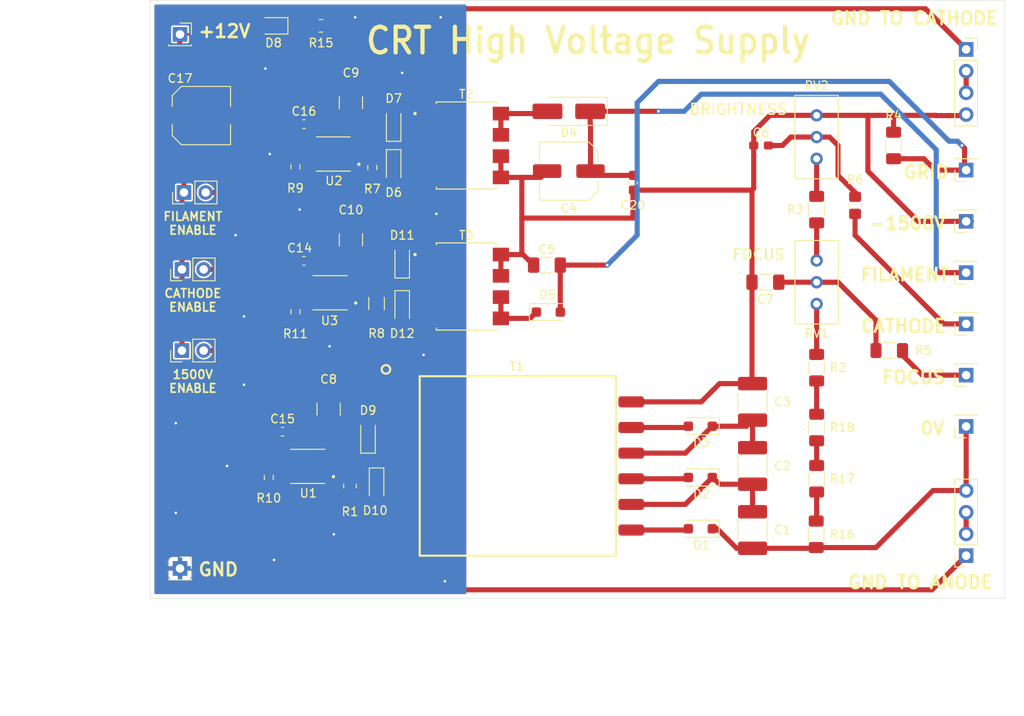
<source format=kicad_pcb>
(kicad_pcb (version 20240108) (generator "pcbnew") (generator_version "8.0")
  (layers (0 "F.Cu" signal) (31 "B.Cu" signal) (34 "B.Paste" user) (35 "F.Paste" user) (36 "B.SilkS" user "B.Silkscreen") (37 "F.SilkS" user "F.Silkscreen") (38 "B.Mask" user) (39 "F.Mask" user) (44 "Edge.Cuts" user))
  (net 0 "")
  (net 1 "Net-(D2-K)")
  (net 2 "0V")
  (net 3 "Net-(D3-K)")
  (net 4 "-1500V")
  (net 5 "+6.3V (filament)")
  (net 6 "-75V (grid drive)")
  (net 7 "Net-(C6-Pad1)")
  (net 8 "Net-(C7-Pad1)")
  (net 9 "/HV_input")
  (net 10 "GND")
  (net 11 "/Filament_input")
  (net 12 "/grid_input")
  (net 13 "Net-(D6-A)")
  (net 14 "Net-(U3-SS{slash}BIAS)")
  (net 15 "Net-(U1-SS{slash}BIAS)")
  (net 16 "Net-(U2-SS{slash}BIAS)")
  (net 17 "+12V")
  (net 18 "Net-(U1-RSET)")
  (net 19 "Net-(U3-RSET)")
  (net 20 "Net-(D1-A)")
  (net 21 "Net-(D2-A)")
  (net 22 "Net-(D3-A)")
  (net 23 "Net-(D4-A)")
  (net 24 "Net-(D5-K)")
  (net 25 "Net-(D6-K)")
  (net 26 "Net-(D8-K)")
  (net 27 "focus")
  (net 28 "cathode")
  (net 29 "Net-(J12-Pin_2)")
  (net 30 "Net-(J13-Pin_2)")
  (net 31 "Net-(U1-FB)")
  (net 32 "Net-(R2-Pad2)")
  (net 33 "Net-(R18-Pad2)")
  (net 34 "Net-(R3-Pad2)")
  (net 35 "Net-(R3-Pad1)")
  (net 36 "Net-(U2-FB)")
  (net 37 "Net-(U3-FB)")
  (net 38 "Net-(U2-RSET)")
  (net 39 "Net-(R16-Pad1)")
  (net 40 "Net-(R17-Pad1)")
  (net 44 "Net-(D10-K)")
  (net 45 "Net-(D10-A)")
  (net 46 "Net-(D11-K)")
  (net 47 "Net-(D12-A)")
  (footprint "Diode_SMD:D_SOD-123F" (layer "F.Cu") (at 151.3875 100.855 180)
    (property "Reference" "D3")
    (property "Value" "CMMR1U-08")
  )
  (footprint "Connector_PinSocket_2.54mm:PinSocket_1x01_P2.54mm_Vertical" (layer "F.Cu") (at 182.5 94.88 180)
    (property "Reference" "J4")
    (property "Value" "Focus")
  )
  (footprint "Resistor_SMD:R_1206_3216Metric_Pad1.30x1.75mm_HandSolder" (layer "F.Cu") (at 113.5 86.5 90)
    (property "Reference" "R8")
    (property "Value" "250k")
  )
  (footprint "Diode_SMD:D_SOD-123F" (layer "F.Cu") (at 151.3875 106.855 180)
    (property "Reference" "D2")
    (property "Value" "CMMR1U-08")
  )
  (footprint "Diode_SMD:D_SOD-323_HandSoldering" (layer "F.Cu") (at 112.5 102 90)
    (property "Reference" "D9")
    (property "Value" "BZX384-C68,115")
  )
  (footprint "Connector_PinSocket_2.54mm:PinSocket_1x01_P2.54mm_Vertical" (layer "F.Cu") (at 182.5 70.88 180)
    (property "Reference" "J7")
    (property "Value" "Grid Drive")
  )
  (footprint "Diode_SMD:D_SOD-323_HandSoldering" (layer "F.Cu") (at 115.5 70.5 -90)
    (property "Reference" "D6")
    (property "Value" "B5819WS-TP")
  )
  (footprint "Capacitor_SMD:C_Elec_6.3x5.8" (layer "F.Cu") (at 136 71 180)
    (property "Reference" "C4")
    (property "Value" "100u")
  )
  (footprint "Capacitor_SMD:C_1210_3225Metric_Pad1.33x2.70mm_HandSolder" (layer "F.Cu") (at 110.5 79.0375 90)
    (property "Reference" "C10")
    (property "Value" "10u")
  )
  (footprint "Resistor_SMD:R_1206_3216Metric_Pad1.30x1.75mm_HandSolder" (layer "F.Cu") (at 165 101.005 90)
    (property "Reference" "R18")
    (property "Value" "500k")
  )
  (footprint "Resistor_SMD:R_1206_3216Metric_Pad1.30x1.75mm_HandSolder" (layer "F.Cu") (at 164.95 113.505 -90)
    (property "Reference" "R16")
    (property "Value" "500k")
  )
  (footprint "Connector_PinSocket_2.54mm:PinSocket_1x01_P2.54mm_Vertical" (layer "F.Cu") (at 182.5 100.88 180)
    (property "Reference" "J8")
    (property "Value" "0V")
  )
  (footprint "YA9033-ALD:XFMR_YA9033-ALD" (layer "F.Cu") (at 124 68)
    (property "Reference" "T2")
    (property "Value" "YA9033-ALD")
  )
  (footprint "Resistor_SMD:R_0805_2012Metric_Pad1.20x1.40mm_HandSolder" (layer "F.Cu") (at 107 54)
    (property "Reference" "R15")
    (property "Value" "2.2k")
  )
  (footprint "Diode_SMD:D_SMA_Handsoldering" (layer "F.Cu") (at 136 64 180)
    (property "Reference" "D4")
    (property "Value" "B240A-13-F")
  )
  (footprint "Resistor_SMD:R_0603_1608Metric_Pad0.98x0.95mm_HandSolder" (layer "F.Cu") (at 104 87.45 -90)
    (property "Reference" "R11")
    (property "Value" "12.1k")
  )
  (footprint "Capacitor_SMD:C_0603_1608Metric_Pad1.08x0.95mm_HandSolder" (layer "F.Cu") (at 158.5 68 180)
    (property "Reference" "C6")
    (property "Value" "0.1u")
  )
  (footprint "Capacitor_SMD:C_1812_4532Metric_Pad1.57x3.40mm_HandSolder" (layer "F.Cu") (at 157.5 98.005 90)
    (property "Reference" "C3")
    (property "Value" "0.22u")
  )
  (footprint "Capacitor_SMD:C_1812_4532Metric_Pad1.57x3.40mm_HandSolder" (layer "F.Cu") (at 157.5 105.505 90)
    (property "Reference" "C2")
    (property "Value" "0.22u")
  )
  (footprint "Connector_PinSocket_2.54mm:PinSocket_1x01_P2.54mm_Vertical" (layer "F.Cu") (at 90.5 55)
    (property "Reference" "J1")
    (property "Value" "VIN")
  )
  (footprint "Capacitor_SMD:C_1206_3216Metric_Pad1.33x1.80mm_HandSolder" (layer "F.Cu") (at 133.4375 82)
    (property "Reference" "C5")
    (property "Value" "4.7u")
  )
  (footprint "Capacitor_SMD:C_1210_3225Metric_Pad1.33x2.70mm_HandSolder" (layer "F.Cu") (at 107.8875 98.855 90)
    (property "Reference" "C8")
    (property "Value" "10u")
  )
  (footprint "Resistor_SMD:R_1206_3216Metric_Pad1.30x1.75mm_HandSolder" (layer "F.Cu") (at 165 107.005 -90)
    (property "Reference" "R17")
    (property "Value" "500k")
  )
  (footprint "Capacitor_SMD:C_0603_1608Metric_Pad1.08x0.95mm_HandSolder" (layer "F.Cu") (at 143.5 72.3625 -90)
    (property "Reference" "C20")
    (property "Value" "47n")
  )
  (footprint "Capacitor_SMD:C_0603_1608Metric_Pad1.08x0.95mm_HandSolder" (layer "F.Cu") (at 102.5 101.5 180)
    (property "Reference" "C15")
    (property "Value" "47n")
  )
  (footprint "Connector_PinSocket_2.54mm:PinSocket_1x01_P2.54mm_Vertical" (layer "F.Cu") (at 182.5 88.88 180)
    (property "Reference" "J5")
    (property "Value" "Cathode")
  )
  (footprint "Potentiometer_THT:Potentiometer_Bourns_3296W_Vertical" (layer "F.Cu") (at 165 69.555 -90)
    (property "Reference" "RV2")
    (property "Value" "100k")
  )
  (footprint "Capacitor_SMD:C_1812_4532Metric_Pad1.57x3.40mm_HandSolder" (layer "F.Cu") (at 157.5 113.005 90)
    (property "Reference" "C1")
    (property "Value" "0.22u")
  )
  (footprint "Connector_PinHeader_2.54mm:PinHeader_1x02_P2.54mm_Vertical" (layer "F.Cu") (at 90.96 73.5 90)
    (property "Reference" "J10")
    (property "Value" "Filament enable")
  )
  (footprint "Diode_SMD:D_SOD-323_HandSoldering" (layer "F.Cu") (at 116.5 87 -90)
    (property "Reference" "D12")
    (property "Value" "NSR02100HT1G")
  )
  (footprint "Connector_PinSocket_2.54mm:PinSocket_1x04_P2.54mm_Vertical" (layer "F.Cu") (at 182.5 56.76)
    (property "Reference" "J12")
    (property "Value" "GND ref alternate")
  )
  (footprint "Capacitor_SMD:C_0603_1608Metric_Pad1.08x0.95mm_HandSolder" (layer "F.Cu") (at 105 81.5 180)
    (property "Reference" "C14")
    (property "Value" "47n")
  )
  (footprint "Capacitor_SMD:C_1206_3216Metric_Pad1.33x1.80mm_HandSolder" (layer "F.Cu") (at 159 84 180)
    (property "Reference" "C7")
    (property "Value" "0.01u")
  )
  (footprint "Connector_PinHeader_2.54mm:PinHeader_1x02_P2.54mm_Vertical" (layer "F.Cu") (at 90.725 92 90)
    (property "Reference" "J9")
    (property "Value" "HV enable")
  )
  (footprint "Resistor_SMD:R_1206_3216Metric_Pad1.30x1.75mm_HandSolder" (layer "F.Cu") (at 173.5 92)
    (property "Reference" "R5")
    (property "Value" "100k")
  )
  (footprint "Resistor_SMD:R_1206_3216Metric_Pad1.30x1.75mm_HandSolder" (layer "F.Cu") (at 165 94.005 90)
    (property "Reference" "R2")
    (property "Value" "500k")
  )
  (footprint "Resistor_SMD:R_0603_1608Metric_Pad0.98x0.95mm_HandSolder" (layer "F.Cu") (at 104 70.5 -90)
    (property "Reference" "R9")
    (property "Value" "12.1k")
  )
  (footprint "Resistor_SMD:R_1206_3216Metric_Pad1.30x1.75mm_HandSolder" (layer "F.Cu") (at 165 75.505 90)
    (property "Reference" "R3")
    (property "Value" "250k")
  )
  (footprint "Capacitor_SMD:C_1210_3225Metric_Pad1.33x2.70mm_HandSolder" (layer "F.Cu") (at 110.5 63 90)
    (property "Reference" "C9")
    (property "Value" "10u")
  )
  (footprint "0399-T208:0399-T208" (layer "F.Cu") (at 130 105.505 -90)
    (property "Reference" "T1")
    (property "Value" "0399-T208")
  )
  (footprint "Capacitor_SMD:C_Elec_6.3x5.8" (layer "F.Cu") (at 93 64.5)
    (property "Reference" "C17")
    (property "Value" "100u")
  )
  (footprint "Resistor_SMD:R_0805_2012Metric_Pad1.20x1.40mm_HandSolder" (layer "F.Cu") (at 169.5 75 -90)
    (property "Reference" "R6")
    (property "Value" "2.2k")
  )
  (footprint "Resistor_SMD:R_1206_3216Metric_Pad1.30x1.75mm_HandSolder" (layer "F.Cu") (at 174 68 -90)
    (property "Reference" "R4")
    (property "Value" "47k")
  )
  (footprint "Diode_SMD:D_SOD-323_HandSoldering" (layer "F.Cu") (at 115.5 65.5 90)
    (property "Reference" "D7")
    (property "Value" "MM3Z24VT1G")
  )
  (footprint "LM5180:SON80P400X400X80-9N" (layer "F.Cu") (at 105.4525 105.555 180)
    (property "Reference" "U1")
    (property "Value" "LM5180QNGURQ1")
  )
  (footprint "Connector_PinSocket_2.54mm:PinSocket_1x01_P2.54mm_Vertical" (layer "F.Cu") (at 182.5 76.88 180)
    (property "Reference" "J3")
    (property "Value" "-1500V")
  )
  (footprint "Resistor_SMD:R_0603_1608Metric_Pad0.98x0.95mm_HandSolder" (layer "F.Cu") (at 113 70.575 90)
    (property "Reference" "R7")
    (property "Value" "132k")
  )
  (footprint "Capacitor_SMD:C_0603_1608Metric_Pad1.08x0.95mm_HandSolder" (layer "F.Cu") (at 105 65.5 180)
    (property "Reference" "C16")
    (property "Value" "47n")
  )
  (footprint "LM5180:SON80P400X400X80-9N" (layer "F.Cu") (at 108.065 85.2375 180)
    (property "Reference" "U3")
    (property "Value" "LM5180QNGURQ1")
  )
  (footprint "Diode_SMD:D_SOD-323_HandSoldering" (layer "F.Cu") (at 116.5 81.5 90)
    (property "Reference" "D11")
    (property "Value" "BZX384-C68,115")
  )
  (footprint "Connector_PinSocket_2.54mm:PinSocket_1x01_P2.54mm_Vertical" (layer "F.Cu") (at 182.5 82.88 180)
    (property "Reference" "J6")
    (property "Value" "Filament")
  )
  (footprint "Diode_SMD:D_SOD-323_HandSoldering" (layer "F.Cu") (at 113.5 107.75 -90)
    (property "Reference" "D10")
    (property "Value" "NSR02100HT1G")
  )
  (footprint "LED_SMD:LED_0805_2012Metric" (layer "F.Cu") (at 101.4375 54 180)
    (property "Reference" "D8")
    (property "Value" "LED")
  )
  (footprint "YA9033-ALD:XFMR_YA9033-ALD" (layer "F.Cu") (at 124 84.5)
    (property "Reference" "T3")
    (property "Value" "YA9037-ALD")
  )
  (footprint "Diode_SMD:D_SOD-123F" (layer "F.Cu") (at 133.6 87.5)
    (property "Reference" "D5")
    (property "Value" "CMMR1U-08")
  )
  (footprint "Resistor_SMD:R_0603_1608Metric_Pad0.98x0.95mm_HandSolder" (layer "F.Cu") (at 100.8875 106.855 -90)
    (property "Reference" "R10")
    (property "Value" "12.1k")
  )
  (footprint "Connector_PinSocket_2.54mm:PinSocket_1x04_P2.54mm_Vertical" (layer "F.Cu") (at 182.5 116 180)
    (property "Reference" "J13")
    (property "Value" "GND ref jumper")
  )
  (footprint "Potentiometer_THT:Potentiometer_Bourns_3296W_Vertical" (layer "F.Cu") (at 165 86.545 -90)
    (property "Reference" "RV1")
    (property "Value" "500k")
  )
  (footprint "Connector_PinSocket_2.54mm:PinSocket_1x01_P2.54mm_Vertical" (layer "F.Cu") (at 90.5 117.5)
    (property "Reference" "J2")
    (property "Value" "GND")
  )
  (footprint "LM5180:SON80P400X400X80-9N" (layer "F.Cu") (at 108.435 69 180)
    (property "Reference" "U2")
    (property "Value" "LM5180QNGURQ1")
  )
  (footprint "Diode_SMD:D_SOD-123F" (layer "F.Cu") (at 151.3875 112.855 180)
    (property "Reference" "D1")
    (property "Value" "CMMR1U-08")
  )
  (footprint "Resistor_SMD:R_0805_2012Metric_Pad1.20x1.40mm_HandSolder" (layer "F.Cu") (at 110.3875 107.855 90)
    (property "Reference" "R1")
    (property "Value" "500k")
  )
  (footprint "Connector_PinHeader_2.54mm:PinHeader_1x02_P2.54mm_Vertical" (layer "F.Cu") (at 90.725 82.5 90)
    (property "Reference" "J11")
    (property "Value" "Grid drive enable")
  )
  (gr_rect (start 87 51) (end 187 121) (stroke (width 0.05)) (fill none) (layer "Edge.Cuts"))
  (gr_text "1500V\nENABLE" (at 92 97 0) (layer "F.SilkS") (effects (font (size 1 1) (thickness 0.2) (bold yes)) (justify bottom)))
  (gr_text "CATHODE" (at 170 90 0) (layer "F.SilkS") (effects (font (size 1.5 1.5) (thickness 0.3) (bold yes)) (justify left bottom)))
  (gr_text "-1500V" (at 171 78 0) (layer "F.SilkS") (effects (font (size 1.5 1.5) (thickness 0.3) (bold yes)) (justify left bottom)))
  (gr_text "FOCUS" (at 155 81.5 0) (layer "F.SilkS") (effects (font (size 1.25 1.25) (thickness 0.2)) (justify left bottom)))
  (gr_text "CATHODE\nENABLE" (at 92 87.5 0) (layer "F.SilkS") (effects (font (size 1 1) (thickness 0.2) (bold yes)) (justify bottom)))
  (gr_text "GRID" (at 175 72 0) (layer "F.SilkS") (effects (font (size 1.5 1.5) (thickness 0.3) (bold yes)) (justify left bottom)))
  (gr_text "GND TO ANODE" (at 168.5 120 0) (layer "F.SilkS") (effects (font (size 1.5 1.5) (thickness 0.3) (bold yes)) (justify left bottom)))
  (gr_text "CRT High Voltage Supply" (at 112 57.5 0) (layer "F.SilkS") (effects (font (size 3 2.75) (thickness 0.5) (bold yes)) (justify left bottom)))
  (gr_text "FOCUS\n" (at 172.5 96 0) (layer "F.SilkS") (effects (font (size 1.5 1.5) (thickness 0.3) (bold yes)) (justify left bottom)))
  (gr_text "GND TO CATHODE\n" (at 166.5 54 0) (layer "F.SilkS") (effects (font (size 1.5 1.5) (thickness 0.3) (bold yes)) (justify left bottom)))
  (gr_text "FILAMENT\n" (at 170 84 0) (layer "F.SilkS") (effects (font (size 1.5 1.5) (thickness 0.3) (bold yes)) (justify left bottom)))
  (gr_text "GND\n" (at 92.5 118.5 0) (layer "F.SilkS") (effects (font (size 1.5 1.5) (thickness 0.3) (bold yes)) (justify left bottom)))
  (gr_text "+12V " (at 92.5 55.5 0) (layer "F.SilkS") (effects (font (size 1.5 1.5) (thickness 0.3) (bold yes)) (justify left bottom)))
  (gr_text "BRIGHTNESS" (at 150 64.5 0) (layer "F.SilkS") (effects (font (size 1.25 1.25) (thickness 0.2)) (justify left bottom)))
  (gr_text "FILAMENT\nENABLE" (at 92 78.5 0) (layer "F.SilkS") (effects (font (size 1 1) (thickness 0.2) (bold yes)) (justify bottom)))
  (gr_text "0V" (at 177 102 0) (layer "F.SilkS") (effects (font (size 1.5 1.5) (thickness 0.3) (bold yes)) (justify left bottom)))
  (segment (start 152.85 106.855) (end 153.6375 107.6425) (width 0.6) (layer "F.Cu") (net 1))
  (segment (start 153.6375 107.6425) (end 157.5 107.6425) (width 0.6) (layer "F.Cu") (net 1))
  (segment (start 143.3 110.005) (end 149.6375 110.005) (width 0.6) (layer "F.Cu") (net 1))
  (segment (start 149.6375 110.005) (end 152.7875 106.855) (width 0.6) (layer "F.Cu") (net 1))
  (segment (start 152.7875 106.855) (end 152.85 106.855) (width 0.6) (layer "F.Cu") (net 1))
  (segment (start 157.5 107.6425) (end 157.5 110.8675) (width 0.6) (layer "F.Cu") (net 1))
  (segment (start 164.95 115.055) (end 171.945 115.055) (width 0.6) (layer "F.Cu") (net 2))
  (segment (start 178.62 108.38) (end 182.5 108.38) (width 0.6) (layer "F.Cu") (net 2))
  (segment (start 157.5 115.1425) (end 164.8625 115.1425) (width 0.6) (layer "F.Cu") (net 2))
  (segment (start 153.35 112.855) (end 155.6375 115.1425) (width 0.6) (layer "F.Cu") (net 2))
  (segment (start 152.7875 112.855) (end 153.35 112.855) (width 0.6) (layer "F.Cu") (net 2))
  (segment (start 155.6375 115.1425) (end 157.5 115.1425) (width 0.6) (layer "F.Cu") (net 2))
  (segment (start 171.945 115.055) (end 178.62 108.38) (width 0.6) (layer "F.Cu") (net 2))
  (segment (start 182.5 100.88) (end 182.5 108.38) (width 0.6) (layer "F.Cu") (net 2))
  (segment (start 164.8625 115.1425) (end 164.95 115.055) (width 0.6) (layer "F.Cu") (net 2))
  (segment (start 156.7875 100.855) (end 157.5 100.1425) (width 0.6) (layer "F.Cu") (net 3))
  (segment (start 152.7875 100.855) (end 156.7875 100.855) (width 0.6) (layer "F.Cu") (net 3))
  (segment (start 149.6375 104.005) (end 152.7875 100.855) (width 0.6) (layer "F.Cu") (net 3))
  (segment (start 157.5 100.1425) (end 157.5 103.3675) (width 0.6) (layer "F.Cu") (net 3))
  (segment (start 143.3 104.005) (end 149.6375 104.005) (width 0.6) (layer "F.Cu") (net 3))
  (segment (start 165 64.475) (end 171 64.475) (width 0.6) (layer "F.Cu") (net 4))
  (segment (start 157.4375 84) (end 157.4375 73.2) (width 0.6) (layer "F.Cu") (net 4))
  (segment (start 174 66.45) (end 174 64.475) (width 0.6) (layer "F.Cu") (net 4))
  (segment (start 153.6375 95.8675) (end 157.5 95.8675) (width 0.6) (layer "F.Cu") (net 4))
  (segment (start 128.05 80.765) (end 130.5 80.765) (width 0.6) (layer "F.Cu") (net 4))
  (segment (start 130.5 76.5) (end 143.5 76.5) (width 0.6) (layer "F.Cu") (net 4))
  (segment (start 143.5 73.225) (end 157.4125 73.225) (width 0.6) (layer "F.Cu") (net 4))
  (segment (start 171 64.475) (end 171 71) (width 0.6) (layer "F.Cu") (net 4))
  (segment (start 157.4125 73.225) (end 157.6375 73) (width 0.6) (layer "F.Cu") (net 4))
  (segment (start 157.4375 73.2) (end 157.6375 73) (width 0.6) (layer "F.Cu") (net 4))
  (segment (start 178.975 64.475) (end 179 64.5) (width 0.6) (layer "F.Cu") (net 4))
  (segment (start 128.05 83.255) (end 128.05 80.765) (width 0.6) (layer "F.Cu") (net 4))
  (segment (start 130.5 80.765) (end 130.64 80.765) (width 0.6) (layer "F.Cu") (net 4))
  (segment (start 171 71) (end 176.88 76.88) (width 0.6) (layer "F.Cu") (net 4))
  (segment (start 157.5 95.8675) (end 157.4375 95.805) (width 0.6) (layer "F.Cu") (net 4))
  (segment (start 143.3 98.005) (end 151.5 98.005) (width 0.6) (layer "F.Cu") (net 4))
  (segment (start 130.64 80.765) (end 131.875 82) (width 0.6) (layer "F.Cu") (net 4))
  (segment (start 172 64.475) (end 174 64.475) (width 0.6) (layer "F.Cu") (net 4))
  (segment (start 183.12 76.88) (end 182.5 76.88) (width 0.6) (layer "F.Cu") (net 4))
  (segment (start 157.6375 73) (end 157.6375 68) (width 0.6) (layer "F.Cu") (net 4))
  (segment (start 182.38 64.5) (end 182.5 64.38) (width 0.6) (layer "F.Cu") (net 4))
  (segment (start 176.88 76.88) (end 182.5 76.88) (width 0.6) (layer "F.Cu") (net 4))
  (segment (start 157.6375 68) (end 157.6375 66.3675) (width 0.6) (layer "F.Cu") (net 4))
  (segment (start 128.05 71.735) (end 130.5 71.735) (width 0.6) (layer "F.Cu") (net 4))
  (segment (start 157.4375 95.805) (end 157.4375 84) (width 0.6) (layer "F.Cu") (net 4))
  (segment (start 130.5 71.735) (end 132.7275 71.735) (width 0.6) (layer "F.Cu") (net 4))
  (segment (start 171 64.475) (end 172 64.475) (width 0.6) (layer "F.Cu") (net 4))
  (segment (start 143.5 73.225) (end 143.5 76.5) (width 0.6) (layer "F.Cu") (net 4))
  (segment (start 159.53 64.475) (end 165 64.475) (width 0.6) (layer "F.Cu") (net 4))
  (segment (start 151.5 98.005) (end 153.6375 95.8675) (width 0.6) (layer "F.Cu") (net 4))
  (segment (start 157.6375 66.3675) (end 159.53 64.475) (width 0.6) (layer "F.Cu") (net 4))
  (segment (start 179 64.5) (end 182.38 64.5) (width 0.6) (layer "F.Cu") (net 4))
  (segment (start 132.7275 71.735) (end 133.4625 71) (width 0.6) (layer "F.Cu") (net 4))
  (segment (start 130.5 80.765) (end 130.5 76.5) (width 0.6) (layer "F.Cu") (net 4))
  (segment (start 174 64.475) (end 178.975 64.475) (width 0.6) (layer "F.Cu") (net 4))
  (segment (start 128.05 69.245) (end 128.05 71.735) (width 0.6) (layer "F.Cu") (net 4))
  (segment (start 130.5 76.5) (end 130.5 71.735) (width 0.6) (layer "F.Cu") (net 4))
  (segment (start 138.5 64) (end 138.5 65.5) (width 0.6) (layer "F.Cu") (net 5))
  (segment (start 139.0375 71.5) (end 138.5375 71) (width 0.6) (layer "F.Cu") (net 5))
  (segment (start 179.38 82.88) (end 179 82.5) (width 0.6) (layer "F.Cu") (net 5))
  (segment (start 146.5 64) (end 138.5 64) (width 0.6) (layer "F.Cu") (net 5))
  (segment (start 138.5 65.5) (end 138.5375 65.5375) (width 0.6) (layer "F.Cu") (net 5))
  (segment (start 138.5 70.9625) (end 138.5375 71) (width 0.6) (layer "F.Cu") (net 5))
  (segment (start 138.5375 65.5375) (end 138.5375 71) (width 0.6) (layer "F.Cu") (net 5))
  (segment (start 182.5 82.88) (end 179.38 82.88) (width 0.6) (layer "F.Cu") (net 5))
  (segment (start 143.5 71.5) (end 139.0375 71.5) (width 0.6) (layer "F.Cu") (net 5))
  (via (at 146.5 64) (size 0.6) (drill 0.3) (layers "F.Cu" "B.Cu") (net 5))
  (via (at 179 82.5) (size 0.6) (drill 0.3) (layers "F.Cu" "B.Cu") (net 5))
  (segment (start 151.5 62) (end 172.5 62) (width 0.6) (layer "B.Cu") (net 5))
  (segment (start 146.5 64) (end 149.5 64) (width 0.6) (layer "B.Cu") (net 5))
  (segment (start 172.5 62) (end 179 68.5) (width 0.6) (layer "B.Cu") (net 5))
  (segment (start 149.5 64) (end 151.5 62) (width 0.6) (layer "B.Cu") (net 5))
  (segment (start 179 68.5) (end 179 82.5) (width 0.6) (layer "B.Cu") (net 5))
  (segment (start 179 71) (end 179.12 70.88) (width 0.6) (layer "F.Cu") (net 6))
  (segment (start 177.55 69.55) (end 179 71) (width 0.6) (layer "F.Cu") (net 6))
  (segment (start 182.31 70.69) (end 182.31 68.31) (width 0.6) (layer "F.Cu") (net 6))
  (segment (start 182.5 70.88) (end 182.31 70.69) (width 0.6) (layer "F.Cu") (net 6))
  (segment (start 135 87.5) (end 135 82) (width 0.6) (layer "F.Cu") (net 6))
  (segment (start 179.12 70.88) (end 182.5 70.88) (width 0.6) (layer "F.Cu") (net 6))
  (segment (start 135 82) (end 140.5 82) (width 0.6) (layer "F.Cu") (net 6))
  (segment (start 182.31 68.31) (end 182 68) (width 0.6) (layer "F.Cu") (net 6))
  (segment (start 174 69.55) (end 177.55 69.55) (width 0.6) (layer "F.Cu") (net 6))
  (via (at 140.5 82) (size 0.6) (drill 0.3) (layers "F.Cu" "B.Cu") (net 6))
  (via (at 182 68) (size 0.6) (drill 0.3) (layers "F.Cu" "B.Cu") (net 6))
  (segment (start 180.5 67.5) (end 173.5 60.5) (width 0.6) (layer "B.Cu") (net 6))
  (segment (start 144 78.5) (end 140.5 82) (width 0.6) (layer "B.Cu") (net 6))
  (segment (start 182 68) (end 181.5 67.5) (width 0.6) (layer "B.Cu") (net 6))
  (segment (start 173.5 60.5) (end 146.5 60.5) (width 0.6) (layer "B.Cu") (net 6))
  (segment (start 144 63) (end 144 78.5) (width 0.6) (layer "B.Cu") (net 6))
  (segment (start 181.5 67.5) (end 180.5 67.5) (width 0.6) (layer "B.Cu") (net 6))
  (segment (start 146.5 60.5) (end 144 63) (width 0.6) (layer "B.Cu") (net 6))
  (segment (start 162 67) (end 162.015 67.015) (width 0.6) (layer "F.Cu") (net 7))
  (segment (start 167.5 71.5) (end 169.5 73.5) (width 0.6) (layer "F.Cu") (net 7))
  (segment (start 166.515 67.015) (end 167.5 68) (width 0.6) (layer "F.Cu") (net 7))
  (segment (start 161 68) (end 162 67) (width 0.6) (layer "F.Cu") (net 7))
  (segment (start 162.015 67.015) (end 165 67.015) (width 0.6) (layer "F.Cu") (net 7))
  (segment (start 165 67.015) (end 166.515 67.015) (width 0.6) (layer "F.Cu") (net 7))
  (segment (start 167.5 68) (end 167.5 71.5) (width 0.6) (layer "F.Cu") (net 7))
  (segment (start 169.5 73.5) (end 169.5 74) (width 0.6) (layer "F.Cu") (net 7))
  (segment (start 159.3625 68) (end 161 68) (width 0.6) (layer "F.Cu") (net 7))
  (segment (start 165 84.005) (end 167.495 84.005) (width 0.6) (layer "F.Cu") (net 8))
  (segment (start 171.95 88.45) (end 171.95 92) (width 0.6) (layer "F.Cu") (net 8))
  (segment (start 167.5 84) (end 171.95 88.45) (width 0.6) (layer "F.Cu") (net 8))
  (segment (start 167.495 84.005) (end 167.5 84) (width 0.6) (layer "F.Cu") (net 8))
  (segment (start 160.5625 84) (end 164.995 84) (width 0.6) (layer "F.Cu") (net 8))
  (segment (start 164.995 84) (end 165 84.005) (width 0.6) (layer "F.Cu") (net 8))
  (segment (start 99.5 92) (end 105.5 98) (width 0.6) (layer "F.Cu") (net 9))
  (segment (start 107.8875 100.4175) (end 112.1675 100.4175) (width 0.6) (layer "F.Cu") (net 9))
  (segment (start 105.5 98.03) (end 107.8875 100.4175) (width 0.6) (layer "F.Cu") (net 9))
  (segment (start 116.445 100.75) (end 116.7 101.005) (width 0.6) (layer "F.Cu") (net 9))
  (segment (start 105.5 98) (end 105.5 98.03) (width 0.6) (layer "F.Cu") (net 9))
  (segment (start 93.265 92) (end 99.5 92) (width 0.6) (layer "F.Cu") (net 9))
  (segment (start 107.3875 105.155) (end 107.3875 100.9175) (width 0.6) (layer "F.Cu") (net 9))
  (segment (start 112.5 100.75) (end 116.445 100.75) (width 0.6) (layer "F.Cu") (net 9))
  (segment (start 107.3875 100.9175) (end 107.8875 100.4175) (width 0.6) (layer "F.Cu") (net 9))
  (segment (start 108.275 100.805) (end 107.8875 100.4175) (width 0.6) (layer "F.Cu") (net 9))
  (segment (start 112.1675 100.4175) (end 112.5 100.75) (width 0.6) (layer "F.Cu") (net 9))
  (segment (start 177.74 52) (end 182.5 56.76) (width 0.6) (layer "F.Cu") (net 10))
  (segment (start 123 52) (end 177.74 52) (width 0.6) (layer "F.Cu") (net 10))
  (segment (start 123 56.5) (end 123 52) (width 0.6) (layer "F.Cu") (net 10))
  (segment (start 178.5 120) (end 124 120) (width 0.6) (layer "F.Cu") (net 10))
  (segment (start 182.5 116) (end 178.5 120) (width 0.6) (layer "F.Cu") (net 10))
  (via (at 101 69) (size 0.6) (drill 0.3) (layers "F.Cu" "B.Cu") (net 10))
  (via (at 100.5 59) (size 0.6) (drill 0.3) (layers "F.Cu" "B.Cu") (net 10))
  (via (at 121.5 119) (size 0.6) (drill 0.3) (layers "F.Cu" "B.Cu") (net 10))
  (via (at 108 91.5) (size 0.6) (drill 0.3) (layers "F.Cu" "B.Cu") (net 10))
  (via (at 97 78.5) (size 0.6) (drill 0.3) (layers "F.Cu" "B.Cu") (net 10))
  (via (at 121 53) (size 0.6) (drill 0.3) (layers "F.Cu" "B.Cu") (net 10))
  (via (at 120.5 76) (size 0.6) (drill 0.3) (layers "F.Cu" "B.Cu") (net 10))
  (via (at 90 111) (size 0.6) (drill 0.3) (layers "F.Cu" "B.Cu") (net 10))
  (via (at 96 105.5) (size 0.6) (drill 0.3) (layers "F.Cu" "B.Cu") (net 10))
  (via (at 111 53) (size 0.6) (drill 0.3) (layers "F.Cu" "B.Cu") (net 10))
  (via (at 116.5 59.5) (size 0.6) (drill 0.3) (layers "F.Cu" "B.Cu") (net 10))
  (via (at 104.5 75.5) (size 0.6) (drill 0.3) (layers "F.Cu" "B.Cu") (net 10))
  (via (at 108.5 113.5) (size 0.6) (drill 0.3) (layers "F.Cu" "B.Cu") (net 10))
  (via (at 119 92.5) (size 0.6) (drill 0.3) (layers "F.Cu" "B.Cu") (net 10))
  (via (at 98 88) (size 0.6) (drill 0.3) (layers "F.Cu" "B.Cu") (net 10))
  (via (at 101.5 116.5) (size 0.6) (drill 0.3) (layers "F.Cu" "B.Cu") (net 10))
  (via (at 98 96) (size 0.6) (drill 0.3) (layers "F.Cu" "B.Cu") (net 10))
  (via (at 90 100.5) (size 0.6) (drill 0.3) (layers "F.Cu" "B.Cu") (net 10))
  (segment (start 119.935 64.25) (end 119.95 64.265) (width 0.6) (layer "F.Cu") (net 11))
  (segment (start 109.0625 64.5625) (end 107.5 63) (width 0.6) (layer "F.Cu") (net 11))
  (segment (start 98 67) (end 98 72.5) (width 0.6) (layer "F.Cu") (net 11))
  (segment (start 115.1875 64.5625) (end 115.5 64.25) (width 0.6) (layer "F.Cu") (net 11))
  (segment (start 110.5 64.5625) (end 109.0625 64.5625) (width 0.6) (layer "F.Cu") (net 11))
  (segment (start 115.5 64.25) (end 119.935 64.25) (width 0.6) (layer "F.Cu") (net 11))
  (segment (start 107.5 63) (end 102 63) (width 0.6) (layer "F.Cu") (net 11))
  (segment (start 102 63) (end 98 67) (width 0.6) (layer "F.Cu") (net 11))
  (segment (start 97 73.5) (end 93.5 73.5) (width 0.6) (layer "F.Cu") (net 11))
  (segment (start 98 72.5) (end 97 73.5) (width 0.6) (layer "F.Cu") (net 11))
  (segment (start 110.37 68.6) (end 110.37 64.6925) (width 0.6) (layer "F.Cu") (net 11))
  (segment (start 119.71 64.025) (end 119.95 64.265) (width 0.6) (layer "F.Cu") (net 11))
  (segment (start 110.5 64.5625) (end 115.1875 64.5625) (width 0.6) (layer "F.Cu") (net 11))
  (segment (start 110.37 64.6925) (end 110.5 64.5625) (width 0.6) (layer "F.Cu") (net 11))
  (segment (start 110 84.8375) (end 110 81.1) (width 0.6) (layer "F.Cu") (net 12))
  (segment (start 110.5 80.6) (end 108.6 80.6) (width 0.6) (layer "F.Cu") (net 12))
  (segment (start 102 79) (end 98.5 82.5) (width 0.6) (layer "F.Cu") (net 12))
  (segment (start 108.6 80.6) (end 107 79) (width 0.6) (layer "F.Cu") (net 12))
  (segment (start 110 81.1) (end 110.5 80.6) (width 0.6) (layer "F.Cu") (net 12))
  (segment (start 113.75 80.25) (end 116.5 80.25) (width 0.6) (layer "F.Cu") (net 12))
  (segment (start 110.5 80.6) (end 113.4 80.6) (width 0.6) (layer "F.Cu") (net 12))
  (segment (start 113.4 80.6) (end 113.75 80.25) (width 0.6) (layer "F.Cu") (net 12))
  (segment (start 116.5 80.25) (end 119.435 80.25) (width 0.6) (layer "F.Cu") (net 12))
  (segment (start 98.5 82.5) (end 93.265 82.5) (width 0.6) (layer "F.Cu") (net 12))
  (segment (start 119.435 80.25) (end 119.95 80.765) (width 0.6) (layer "F.Cu") (net 12))
  (segment (start 107 79) (end 102 79) (width 0.6) (layer "F.Cu") (net 12))
  (segment (start 113 71.4875) (end 115.2375 71.4875) (width 0.6) (layer "F.Cu") (net 13))
  (segment (start 115.5 71.75) (end 119.935 71.75) (width 0.6) (layer "F.Cu") (net 13))
  (segment (start 119.79 71.575) (end 119.95 71.735) (width 0.6) (layer "F.Cu") (net 13))
  (segment (start 115.2375 71.4875) (end 115.5 71.75) (width 0.6) (layer "F.Cu") (net 13))
  (segment (start 119.935 71.75) (end 119.95 71.735) (width 0.6) (layer "F.Cu") (net 13))
  (segment (start 110.37 70.2) (end 111.67 71.5) (width 0.6) (layer "F.Cu") (net 13))
  (segment (start 111.67 71.5) (end 112.9875 71.5) (width 0.6) (layer "F.Cu") (net 13))
  (segment (start 112.9875 71.5) (end 113 71.4875) (width 0.6) (layer "F.Cu") (net 13))
  (segment (start 105.8625 81.5) (end 105.8625 83.77) (width 0.3) (layer "F.Cu") (net 14))
  (segment (start 105.8625 83.77) (end 106.13 84.0375) (width 0.3) (layer "F.Cu") (net 14))
  (segment (start 103.5175 104.355) (end 103.5175 101.655) (width 0.3) (layer "F.Cu") (net 15))
  (segment (start 103.5175 101.655) (end 103.3625 101.5) (width 0.3) (layer "F.Cu") (net 15))
  (segment (start 105.8625 65.5) (end 105.8625 67.1625) (width 0.3) (layer "F.Cu") (net 16))
  (segment (start 105.8625 67.1625) (end 106.5 67.8) (width 0.3) (layer "F.Cu") (net 16))
  (segment (start 90.96 72.04) (end 90.4625 71.5425) (width 0.6) (layer "F.Cu") (net 17))
  (segment (start 90.725 92) (end 90.725 82.5) (width 0.6) (layer "F.Cu") (net 17))
  (segment (start 90.725 73.735) (end 90.96 73.5) (width 0.6) (layer "F.Cu") (net 17))
  (segment (start 90.4625 71.5425) (end 90.4625 64.5) (width 0.6) (layer "F.Cu") (net 17))
  (segment (start 90.96 73.5) (end 90.96 72.04) (width 0.6) (layer "F.Cu") (net 17))
  (segment (start 100.5 54) (end 93.5 54) (width 0.3) (layer "F.Cu") (net 17))
  (segment (start 90.4625 55.0375) (end 90.5 55) (width 0.6) (layer "F.Cu") (net 17))
  (segment (start 90.4625 64.5) (end 90.4625 55.0375) (width 0.6) (layer "F.Cu") (net 17))
  (segment (start 90.725 82.5) (end 90.725 73.735) (width 0.6) (layer "F.Cu") (net 17))
  (segment (start 93.5 54) (end 92.5 55) (width 0.3) (layer "F.Cu") (net 17))
  (segment (start 92.5 55) (end 90.5 55) (width 0.3) (layer "F.Cu") (net 17))
  (segment (start 100.9 105.955) (end 100.8875 105.9425) (width 0.3) (layer "F.Cu") (net 18))
  (segment (start 103.5175 105.955) (end 100.9 105.955) (width 0.3) (layer "F.Cu") (net 18))
  (segment (start 103.9625 86.5) (end 104 86.5375) (width 0.3) (layer "F.Cu") (net 19))
  (segment (start 104.9 85.6375) (end 106.13 85.6375) (width 0.3) (layer "F.Cu") (net 19))
  (segment (start 104 86.5375) (end 104.9 85.6375) (width 0.3) (layer "F.Cu") (net 19))
  (segment (start 149.8375 113.005) (end 149.9875 112.855) (width 0.6) (layer "F.Cu") (net 20))
  (segment (start 143.3 113.005) (end 149.8375 113.005) (width 0.6) (layer "F.Cu") (net 20))
  (segment (start 143.3 107.005) (end 149.8375 107.005) (width 0.6) (layer "F.Cu") (net 21))
  (segment (start 149.8375 107.005) (end 149.9875 106.855) (width 0.6) (layer "F.Cu") (net 21))
  (segment (start 149.8375 101.005) (end 149.9875 100.855) (width 0.6) (layer "F.Cu") (net 22))
  (segment (start 143.3 101.005) (end 149.8375 101.005) (width 0.6) (layer "F.Cu") (net 22))
  (segment (start 133.235 64.265) (end 133.5 64) (width 0.6) (layer "F.Cu") (net 23))
  (segment (start 128.05 64.265) (end 133.235 64.265) (width 0.6) (layer "F.Cu") (net 23))
  (segment (start 128.05 66.755) (end 128.05 64.265) (width 0.6) (layer "F.Cu") (net 23))
  (segment (start 131.465 88.235) (end 132.2 87.5) (width 0.6) (layer "F.Cu") (net 24))
  (segment (start 128.05 85.745) (end 128.05 88.235) (width 0.6) (layer "F.Cu") (net 24))
  (segment (start 128.05 88.235) (end 131.465 88.235) (width 0.6) (layer "F.Cu") (net 24))
  (segment (start 115.5 66.75) (end 115.5 69.25) (width 0.6) (layer "F.Cu") (net 25))
  (segment (start 102.375 54) (end 106 54) (width 0.3) (layer "F.Cu") (net 26))
  (segment (start 175.05 92.55) (end 177.38 94.88) (width 0.6) (layer "F.Cu") (net 27))
  (segment (start 182.33 95.05) (end 182.5 94.88) (width 0.6) (layer "F.Cu") (net 27))
  (segment (start 175.05 92) (end 175.05 92.55) (width 0.6) (layer "F.Cu") (net 27))
  (segment (start 182.17 94.55) (end 182.5 94.88) (width 0.6) (layer "F.Cu") (net 27))
  (segment (start 177.38 94.88) (end 182.5 94.88) (width 0.6) (layer "F.Cu") (net 27))
  (segment (start 169.5 76) (end 169.5 78.5) (width 0.6) (layer "F.Cu") (net 28))
  (segment (start 169.5 78.5) (end 179.88 88.88) (width 0.6) (layer "F.Cu") (net 28))
  (segment (start 179.88 88.88) (end 182.5 88.88) (width 0.6) (layer "F.Cu") (net 28))
  (segment (start 181.38 88.88) (end 182.5 88.88) (width 0.6) (layer "F.Cu") (net 28))
  (segment (start 182.5 59.3) (end 182.5 61.84) (width 0.6) (layer "F.Cu") (net 29))
  (segment (start 182.5 113.46) (end 182.5 110.92) (width 0.6) (layer "F.Cu") (net 30))
  (segment (start 107.3875 105.955) (end 109.4875 105.955) (width 0.3) (layer "F.Cu") (net 31))
  (segment (start 109.4875 105.955) (end 110.3875 106.855) (width 0.3) (layer "F.Cu") (net 31))
  (segment (start 165 86.545) (end 165 92.455) (width 0.6) (layer "F.Cu") (net 32))
  (segment (start 165 95.555) (end 165 99.455) (width 0.6) (layer "F.Cu") (net 33))
  (segment (start 165 69.555) (end 165 73.955) (width 0.6) (layer "F.Cu") (net 34))
  (segment (start 165 77.055) (end 165 81.465) (width 0.6) (layer "F.Cu") (net 35))
  (segment (start 110.37 69.4) (end 112.7375 69.4) (width 0.3) (layer "F.Cu") (net 36))
  (segment (start 112.7375 69.4) (end 113 69.6625) (width 0.3) (layer "F.Cu") (net 36))
  (segment (start 110 85.6375) (end 112.8125 85.6375) (width 0.3) (layer "F.Cu") (net 37))
  (segment (start 112.8125 85.6375) (end 113.5 84.95) (width 0.3) (layer "F.Cu") (net 37))
  (segment (start 104.9125 69.5875) (end 105.1 69.4) (width 0.3) (layer "F.Cu") (net 38))
  (segment (start 104 69.5875) (end 104.9125 69.5875) (width 0.3) (layer "F.Cu") (net 38))
  (segment (start 105.1 69.4) (end 106.5 69.4) (width 0.3) (layer "F.Cu") (net 38))
  (segment (start 165 108.555) (end 165 111.905) (width 0.6) (layer "F.Cu") (net 39))
  (segment (start 165 111.905) (end 164.95 111.955) (width 0.6) (layer "F.Cu") (net 39))
  (segment (start 165 102.555) (end 165 105.455) (width 0.6) (layer "F.Cu") (net 40))
  (segment (start 112.5 103.25) (end 112.5 104.5) (width 0.6) (layer "F.Cu") (net 44))
  (segment (start 113.5 105.5) (end 113.5 106.5) (width 0.6) (layer "F.Cu") (net 44))
  (segment (start 112.5 104.5) (end 113.5 105.5) (width 0.6) (layer "F.Cu") (net 44))
  (segment (start 107.3875 106.755) (end 107.3875 107.8875) (width 0.6) (layer "F.Cu") (net 45))
  (segment (start 113.355 108.855) (end 113.5 109) (width 0.6) (layer "F.Cu") (net 45))
  (segment (start 108.355 108.855) (end 110.3875 108.855) (width 0.6) (layer "F.Cu") (net 45))
  (segment (start 110.3875 108.855) (end 113.355 108.855) (width 0.6) (layer "F.Cu") (net 45))
  (segment (start 113.5 109) (end 115.695 109) (width 0.6) (layer "F.Cu") (net 45))
  (segment (start 107.3875 107.8875) (end 108.355 108.855) (width 0.6) (layer "F.Cu") (net 45))
  (segment (start 115.695 109) (end 116.7 110.005) (width 0.6) (layer "F.Cu") (net 45))
  (segment (start 116.5 82.75) (end 116.5 85.75) (width 0.6) (layer "F.Cu") (net 46))
  (segment (start 119.935 88.25) (end 119.95 88.235) (width 0.6) (layer "F.Cu") (net 47))
  (segment (start 110 87.5) (end 110.55 88.05) (width 0.6) (layer "F.Cu") (net 47))
  (segment (start 110.55 88.05) (end 113.5 88.05) (width 0.6) (layer "F.Cu") (net 47))
  (segment (start 113.5 88.05) (end 116.3 88.05) (width 0.6) (layer "F.Cu") (net 47))
  (segment (start 116.3 88.05) (end 116.5 88.25) (width 0.6) (layer "F.Cu") (net 47))
  (segment (start 110 86.4375) (end 110 87.5) (width 0.6) (layer "F.Cu") (net 47))
  (segment (start 116.5 88.25) (end 119.935 88.25) (width 0.6) (layer "F.Cu") (net 47))
  (segment (start 119.6475 88.5375) (end 119.95 88.235) (width 0.6) (layer "F.Cu") (net 47))
  (zone (net 10) (net_name "GND") (layers "F&B.Cu") (name "GND") (connect_pads (clearance 0)) (min_thickness 0.25) (fill yes (thermal_gap 0.5) (thermal_bridge_width 0.5))
    (polygon (pts (xy 87 51) (xy 124 51) (xy 124 121) (xy 87 121)))
  )
)
</source>
